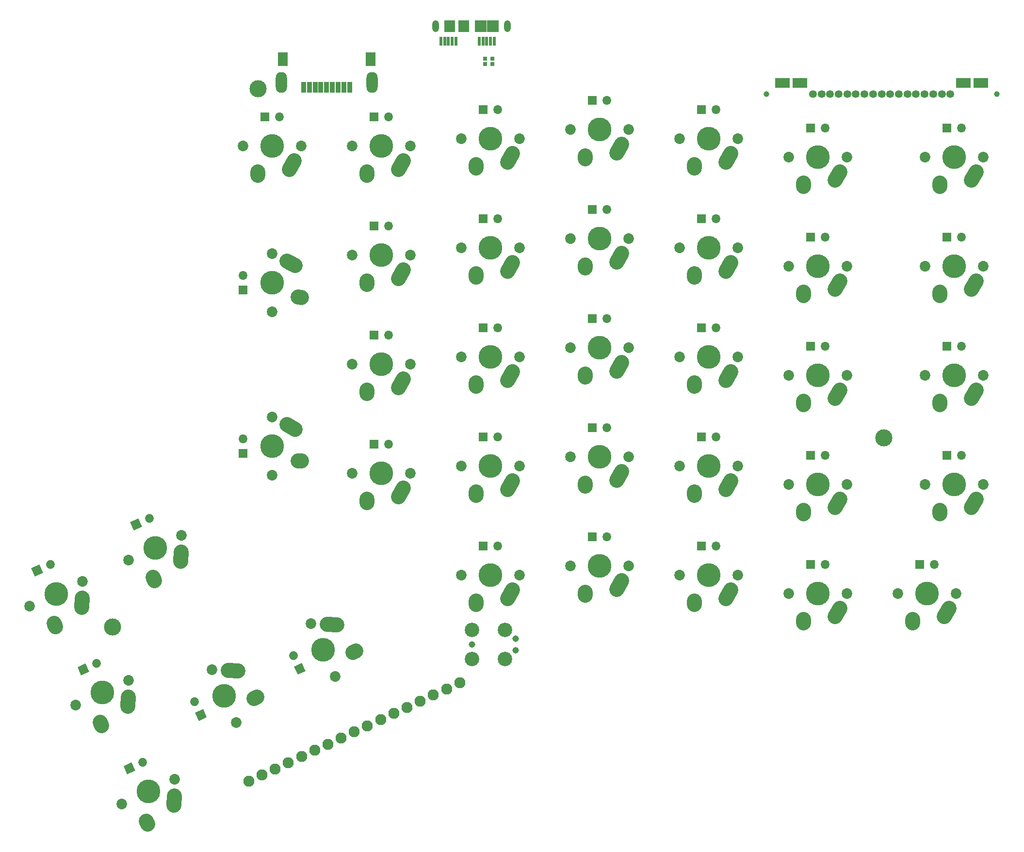
<source format=gts>
G04 #@! TF.FileFunction,Soldermask,Top*
%FSLAX46Y46*%
G04 Gerber Fmt 4.6, Leading zero omitted, Abs format (unit mm)*
G04 Created by KiCad (PCBNEW (2015-07-17 BZR 5958)-product) date 8/7/2015 1:36:20 AM*
%MOMM*%
G01*
G04 APERTURE LIST*
%ADD10C,0.150000*%
%ADD11C,1.952400*%
%ADD12C,1.143010*%
%ADD13C,2.527310*%
%ADD14R,0.802400X0.752400*%
%ADD15R,1.952400X2.052400*%
%ADD16R,0.552400X1.502400*%
%ADD17R,2.052400X2.052400*%
%ADD18O,1.202400X2.052400*%
%ADD19O,1.952400X3.652400*%
%ADD20R,0.852400X1.952400*%
%ADD21R,1.792400X2.352400*%
%ADD22R,2.552400X1.652400*%
%ADD23C,1.352400*%
%ADD24C,1.002410*%
%ADD25C,3.000000*%
%ADD26O,1.552400X1.552400*%
%ADD27R,1.552400X1.552400*%
%ADD28C,1.552400*%
%ADD29C,4.140210*%
%ADD30C,1.854210*%
%ADD31C,2.652400*%
G04 APERTURE END LIST*
D10*
D11*
X68324826Y-175973603D03*
X70626848Y-174900153D03*
X72928869Y-173826702D03*
X75230891Y-172753252D03*
X77532913Y-171679802D03*
X79834935Y-170606351D03*
X82136956Y-169532901D03*
X84438978Y-168459450D03*
X86741000Y-167386000D03*
X89043022Y-166312550D03*
X91345044Y-165239099D03*
X93647065Y-164165649D03*
X95949087Y-163092198D03*
X98251109Y-162018748D03*
X100553131Y-160945298D03*
X102855152Y-159871847D03*
X105157174Y-158798397D03*
D12*
X107315000Y-152146000D03*
X114935000Y-153162000D03*
X114935000Y-151130000D03*
D13*
X107315000Y-154686000D03*
X113030000Y-154686000D03*
X107315000Y-149606000D03*
X113030000Y-149606000D03*
D14*
X109601000Y-49792000D03*
X109601000Y-50792000D03*
X110871000Y-49792000D03*
X110871000Y-50792000D03*
D15*
X105871000Y-44122000D03*
D16*
X103171000Y-46797000D03*
X102521000Y-46797000D03*
X101871000Y-46797000D03*
X103821000Y-46797000D03*
X104471000Y-46797000D03*
X109871000Y-46797000D03*
X109221000Y-46797000D03*
X108571000Y-46797000D03*
X110521000Y-46797000D03*
X111171000Y-46797000D03*
D17*
X110946000Y-44122000D03*
X108796000Y-44122000D03*
D18*
X113471000Y-44122000D03*
D15*
X103371000Y-44122000D03*
D18*
X100921000Y-44122000D03*
D19*
X74015000Y-53958000D03*
X89815000Y-53958000D03*
D20*
X81915000Y-54858000D03*
X80915000Y-54858000D03*
X79915000Y-54858000D03*
X78915000Y-54858000D03*
X77915000Y-54858000D03*
X82915000Y-54858000D03*
X83915000Y-54858000D03*
X84915000Y-54858000D03*
X85915000Y-54858000D03*
D21*
X74245000Y-49958000D03*
X89585000Y-49958000D03*
D22*
X161500000Y-54064000D03*
X164500000Y-54064000D03*
D23*
X166800000Y-56014000D03*
X168300000Y-56014000D03*
X169800000Y-56014000D03*
X171300000Y-56014000D03*
X172800000Y-56014000D03*
X174300000Y-56014000D03*
X175800000Y-56014000D03*
X177300000Y-56014000D03*
X178800000Y-56014000D03*
X180300000Y-56014000D03*
X181800000Y-56014000D03*
X183300000Y-56014000D03*
X184800000Y-56014000D03*
X186300000Y-56014000D03*
X187800000Y-56014000D03*
X189300000Y-56014000D03*
X190800000Y-56014000D03*
D22*
X193100000Y-54064000D03*
X196100000Y-54064000D03*
D24*
X198900000Y-56014000D03*
X158700000Y-56014000D03*
D25*
X44577000Y-149098000D03*
X179197000Y-116078000D03*
X69977000Y-55118000D03*
D26*
X168910000Y-80972700D03*
D27*
X166370000Y-80972700D03*
D28*
X49804711Y-172661275D02*
X49804711Y-172661275D01*
D10*
G36*
X47127249Y-174766237D02*
X46471177Y-173359285D01*
X47878129Y-172703213D01*
X48534201Y-174110165D01*
X47127249Y-174766237D01*
X47127249Y-174766237D01*
G37*
D26*
X168910000Y-119073000D03*
D27*
X166370000Y-119073000D03*
D26*
X149860000Y-77797700D03*
D27*
X147320000Y-77797700D03*
D26*
X149860000Y-115898000D03*
D27*
X147320000Y-115898000D03*
D26*
X130810000Y-76200000D03*
D27*
X128270000Y-76200000D03*
D26*
X130810000Y-114300000D03*
D27*
X128270000Y-114300000D03*
D26*
X111760000Y-77797700D03*
D27*
X109220000Y-77797700D03*
D26*
X192722000Y-119073000D03*
D27*
X190182000Y-119073000D03*
D26*
X192722000Y-80972700D03*
D27*
X190182000Y-80972700D03*
D28*
X41752911Y-155394275D02*
X41752911Y-155394275D01*
D10*
G36*
X39075449Y-157499237D02*
X38419377Y-156092285D01*
X39826329Y-155436213D01*
X40482401Y-156843165D01*
X39075449Y-157499237D01*
X39075449Y-157499237D01*
G37*
D26*
X92710000Y-98118000D03*
D27*
X90170000Y-98118000D03*
D26*
X111760000Y-115898000D03*
D27*
X109220000Y-115898000D03*
D26*
X111760000Y-96848000D03*
D27*
X109220000Y-96848000D03*
D28*
X58899275Y-162114989D02*
X58899275Y-162114989D01*
D10*
G36*
X61004237Y-164792451D02*
X59597285Y-165448523D01*
X58941213Y-164041571D01*
X60348165Y-163385499D01*
X61004237Y-164792451D01*
X61004237Y-164792451D01*
G37*
D26*
X149860000Y-58747700D03*
D27*
X147320000Y-58747700D03*
D26*
X130810000Y-95250000D03*
D27*
X128270000Y-95250000D03*
D28*
X76161075Y-154058989D02*
X76161075Y-154058989D01*
D10*
G36*
X78266037Y-156736451D02*
X76859085Y-157392523D01*
X76203013Y-155985571D01*
X77609965Y-155329499D01*
X78266037Y-156736451D01*
X78266037Y-156736451D01*
G37*
D26*
X92710000Y-60020200D03*
D27*
X90170000Y-60020200D03*
D26*
X149860000Y-96848000D03*
D27*
X147320000Y-96848000D03*
D26*
X111760000Y-134948000D03*
D27*
X109220000Y-134948000D03*
D26*
X111760000Y-58747700D03*
D27*
X109220000Y-58747700D03*
D26*
X168910000Y-100023000D03*
D27*
X166370000Y-100023000D03*
D26*
X130810000Y-133350000D03*
D27*
X128270000Y-133350000D03*
D26*
X130810000Y-57150000D03*
D27*
X128270000Y-57150000D03*
D26*
X192722000Y-100023000D03*
D27*
X190182000Y-100023000D03*
D26*
X149860000Y-134948000D03*
D27*
X147320000Y-134948000D03*
D26*
X73660000Y-60020200D03*
D27*
X71120000Y-60020200D03*
D28*
X33703611Y-138130275D02*
X33703611Y-138130275D01*
D10*
G36*
X31026149Y-140235237D02*
X30370077Y-138828285D01*
X31777029Y-138172213D01*
X32433101Y-139579165D01*
X31026149Y-140235237D01*
X31026149Y-140235237D01*
G37*
D26*
X168910000Y-138123000D03*
D27*
X166370000Y-138123000D03*
D26*
X168910000Y-61925200D03*
D27*
X166370000Y-61925200D03*
D28*
X50968011Y-130080275D02*
X50968011Y-130080275D01*
D10*
G36*
X48290549Y-132185237D02*
X47634477Y-130778285D01*
X49041429Y-130122213D01*
X49697501Y-131529165D01*
X48290549Y-132185237D01*
X48290549Y-132185237D01*
G37*
D26*
X187960000Y-138123000D03*
D27*
X185420000Y-138123000D03*
D26*
X192722000Y-61925200D03*
D27*
X190182000Y-61925200D03*
D26*
X67310000Y-116215000D03*
D27*
X67310000Y-118755000D03*
D26*
X67310000Y-87640200D03*
D27*
X67310000Y-90180200D03*
D26*
X92710000Y-117168000D03*
D27*
X90170000Y-117168000D03*
D26*
X92710000Y-79067700D03*
D27*
X90170000Y-79067700D03*
D29*
X81302900Y-153065000D03*
D30*
X79155999Y-148460956D03*
X83449801Y-157669044D03*
D31*
X83660426Y-148656034D02*
X81994596Y-148538086D01*
X86979669Y-153220155D02*
X86438555Y-153428953D01*
D29*
X51963300Y-135219000D03*
D30*
X56567344Y-133072099D03*
X47359256Y-137365901D03*
D31*
X56372266Y-137576526D02*
X56490214Y-135910696D01*
X51808145Y-140895769D02*
X51599347Y-140354655D01*
D29*
X91440000Y-65100200D03*
D30*
X96520000Y-65100200D03*
X86360000Y-65100200D03*
D31*
X94439547Y-69100154D02*
X95250453Y-67640246D01*
X88900276Y-70179528D02*
X88939724Y-69600872D01*
D29*
X148590000Y-82877700D03*
D30*
X153670000Y-82877700D03*
X143510000Y-82877700D03*
D31*
X151589547Y-86877654D02*
X152400453Y-85417746D01*
X146050276Y-87957028D02*
X146089724Y-87378372D01*
D29*
X64038500Y-161117000D03*
D30*
X61891599Y-156512956D03*
X66185401Y-165721044D03*
D31*
X66396026Y-156708034D02*
X64730196Y-156590086D01*
X69715269Y-161272155D02*
X69174155Y-161480953D01*
D29*
X110490000Y-140028000D03*
D30*
X115570000Y-140028000D03*
X105410000Y-140028000D03*
D31*
X113489547Y-144027954D02*
X114300453Y-142568046D01*
X107950276Y-145107328D02*
X107989724Y-144528672D01*
D29*
X129540000Y-138430000D03*
D30*
X134620000Y-138430000D03*
X124460000Y-138430000D03*
D31*
X132539547Y-142429954D02*
X133350453Y-140970046D01*
X127000276Y-143509328D02*
X127039724Y-142930672D01*
D29*
X167640000Y-143203000D03*
D30*
X172720000Y-143203000D03*
X162560000Y-143203000D03*
D31*
X170639547Y-147202954D02*
X171450453Y-145743046D01*
X165100276Y-148282328D02*
X165139724Y-147703672D01*
D29*
X91440000Y-122248000D03*
D30*
X96520000Y-122248000D03*
X86360000Y-122248000D03*
D31*
X94439547Y-126247954D02*
X95250453Y-124788046D01*
X88900276Y-127327328D02*
X88939724Y-126748672D01*
D29*
X110490000Y-120978000D03*
D30*
X115570000Y-120978000D03*
X105410000Y-120978000D03*
D31*
X113489547Y-124977954D02*
X114300453Y-123518046D01*
X107950276Y-126057328D02*
X107989724Y-125478672D01*
D29*
X129540000Y-119380000D03*
D30*
X134620000Y-119380000D03*
X124460000Y-119380000D03*
D31*
X132539547Y-123379954D02*
X133350453Y-121920046D01*
X127000276Y-124459328D02*
X127039724Y-123880672D01*
D29*
X148590000Y-120978000D03*
D30*
X153670000Y-120978000D03*
X143510000Y-120978000D03*
D31*
X151589547Y-124977954D02*
X152400453Y-123518046D01*
X146050276Y-126057328D02*
X146089724Y-125478672D01*
D29*
X167640000Y-124153000D03*
D30*
X172720000Y-124153000D03*
X162560000Y-124153000D03*
D31*
X170639547Y-128152954D02*
X171450453Y-126693046D01*
X165100276Y-129232328D02*
X165139724Y-128653672D01*
D29*
X91440000Y-103198000D03*
D30*
X96520000Y-103198000D03*
X86360000Y-103198000D03*
D31*
X94439547Y-107197954D02*
X95250453Y-105738046D01*
X88900276Y-108277328D02*
X88939724Y-107698672D01*
D29*
X110490000Y-101928000D03*
D30*
X115570000Y-101928000D03*
X105410000Y-101928000D03*
D31*
X113489547Y-105927954D02*
X114300453Y-104468046D01*
X107950276Y-107007328D02*
X107989724Y-106428672D01*
D29*
X129540000Y-100330000D03*
D30*
X134620000Y-100330000D03*
X124460000Y-100330000D03*
D31*
X132539547Y-104329954D02*
X133350453Y-102870046D01*
X127000276Y-105409328D02*
X127039724Y-104830672D01*
D29*
X148590000Y-101928000D03*
D30*
X153670000Y-101928000D03*
X143510000Y-101928000D03*
D31*
X151589547Y-105927954D02*
X152400453Y-104468046D01*
X146050276Y-107007328D02*
X146089724Y-106428672D01*
D29*
X167640000Y-105103000D03*
D30*
X172720000Y-105103000D03*
X162560000Y-105103000D03*
D31*
X170639547Y-109102954D02*
X171450453Y-107643046D01*
X165100276Y-110182328D02*
X165139724Y-109603672D01*
D29*
X110490000Y-82877700D03*
D30*
X115570000Y-82877700D03*
X105410000Y-82877700D03*
D31*
X113489547Y-86877654D02*
X114300453Y-85417746D01*
X107950276Y-87957028D02*
X107989724Y-87378372D01*
D29*
X129540000Y-81280000D03*
D30*
X134620000Y-81280000D03*
X124460000Y-81280000D03*
D31*
X132539547Y-85279954D02*
X133350453Y-83820046D01*
X127000276Y-86359328D02*
X127039724Y-85780672D01*
D29*
X167640000Y-86052700D03*
D30*
X172720000Y-86052700D03*
X162560000Y-86052700D03*
D31*
X170639547Y-90052654D02*
X171450453Y-88592746D01*
X165100276Y-91132028D02*
X165139724Y-90553372D01*
D29*
X148590000Y-140028000D03*
D30*
X153670000Y-140028000D03*
X143510000Y-140028000D03*
D31*
X151589547Y-144027954D02*
X152400453Y-142568046D01*
X146050276Y-145107328D02*
X146089724Y-144528672D01*
D29*
X110490000Y-63827700D03*
D30*
X115570000Y-63827700D03*
X105410000Y-63827700D03*
D31*
X113489547Y-67827654D02*
X114300453Y-66367746D01*
X107950276Y-68907028D02*
X107989724Y-68328372D01*
D29*
X129540000Y-62230000D03*
D30*
X134620000Y-62230000D03*
X124460000Y-62230000D03*
D31*
X132539547Y-66229954D02*
X133350453Y-64770046D01*
X127000276Y-67309328D02*
X127039724Y-66730672D01*
D29*
X148590000Y-63827700D03*
D30*
X153670000Y-63827700D03*
X143510000Y-63827700D03*
D31*
X151589547Y-67827654D02*
X152400453Y-66367746D01*
X146050276Y-68907028D02*
X146089724Y-68328372D01*
D29*
X167640000Y-67005200D03*
D30*
X172720000Y-67005200D03*
X162560000Y-67005200D03*
D31*
X170639547Y-71005154D02*
X171450453Y-69545246D01*
X165100276Y-72084528D02*
X165139724Y-71505872D01*
D29*
X34698900Y-143269000D03*
D30*
X39302944Y-141122099D03*
X30094856Y-145415901D03*
D31*
X39107866Y-145626526D02*
X39225814Y-143960696D01*
X34543745Y-148945769D02*
X34334947Y-148404655D01*
D29*
X50800000Y-177800000D03*
D30*
X55404044Y-175653099D03*
X46195956Y-179946901D03*
D31*
X55208966Y-180157526D02*
X55326914Y-178491696D01*
X50644845Y-183476769D02*
X50436047Y-182935655D01*
D29*
X42748200Y-160533000D03*
D30*
X47352244Y-158386099D03*
X38144156Y-162679901D03*
D31*
X47157166Y-162890526D02*
X47275114Y-161224696D01*
X42593045Y-166209769D02*
X42384247Y-165668655D01*
D29*
X91440000Y-84147700D03*
D30*
X96520000Y-84147700D03*
X86360000Y-84147700D03*
D31*
X94439547Y-88147654D02*
X95250453Y-86687746D01*
X88900276Y-89227028D02*
X88939724Y-88648372D01*
D29*
X186690000Y-143203000D03*
D30*
X191770000Y-143203000D03*
X181610000Y-143203000D03*
D31*
X189689547Y-147202954D02*
X190500453Y-145743046D01*
X184150276Y-148282328D02*
X184189724Y-147703672D01*
D29*
X72390000Y-117485000D03*
D30*
X72390000Y-112405000D03*
X72390000Y-122565000D03*
D31*
X76389954Y-114485453D02*
X74930046Y-113674547D01*
X77469328Y-120024724D02*
X76890672Y-119985276D01*
D29*
X72390000Y-65100200D03*
D30*
X77470000Y-65100200D03*
X67310000Y-65100200D03*
D31*
X75389547Y-69100154D02*
X76200453Y-67640246D01*
X69850276Y-70179528D02*
X69889724Y-69600872D01*
D29*
X72390000Y-88910200D03*
D30*
X72390000Y-83830200D03*
X72390000Y-93990200D03*
D31*
X76389954Y-85910653D02*
X74930046Y-85099747D01*
X77469328Y-91449924D02*
X76890672Y-91410476D01*
D29*
X191452000Y-124153000D03*
D30*
X196532000Y-124153000D03*
X186372000Y-124153000D03*
D31*
X194451547Y-128152954D02*
X195262453Y-126693046D01*
X188912276Y-129232328D02*
X188951724Y-128653672D01*
D29*
X191452000Y-67005200D03*
D30*
X196532000Y-67005200D03*
X186372000Y-67005200D03*
D31*
X194451547Y-71005154D02*
X195262453Y-69545246D01*
X188912276Y-72084528D02*
X188951724Y-71505872D01*
D29*
X191452000Y-86052700D03*
D30*
X196532000Y-86052700D03*
X186372000Y-86052700D03*
D31*
X194451547Y-90052654D02*
X195262453Y-88592746D01*
X188912276Y-91132028D02*
X188951724Y-90553372D01*
D29*
X191452000Y-105103000D03*
D30*
X196532000Y-105103000D03*
X186372000Y-105103000D03*
D31*
X194451547Y-109102954D02*
X195262453Y-107643046D01*
X188912276Y-110182328D02*
X188951724Y-109603672D01*
M02*

</source>
